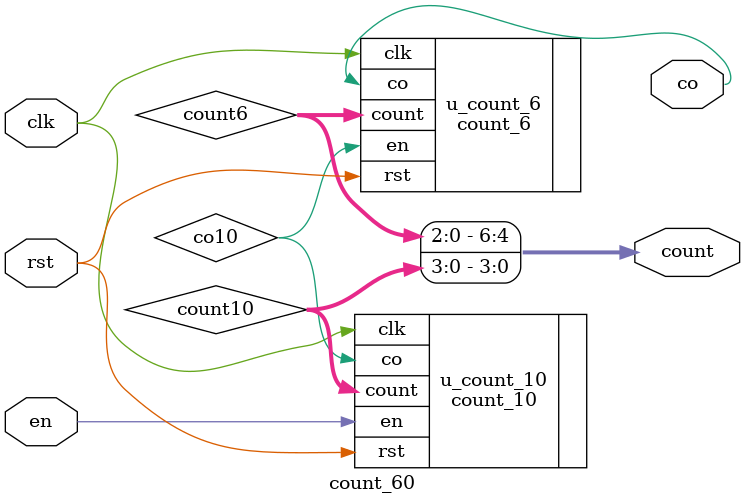
<source format=v>
module count_60(
    input wire rst,
    input wire clk,
    input wire en,
    output wire [6:0] count,
    output wire co
);
    wire[2:0] count6;
    wire[3:0] count10;
    wire co10,co6;
    
    count_10 u_count_10(
    	.rst   (rst   ),
        .clk   (clk   ),
        .en    (en    ),
        .count (count10 ),
        .co    (co10    )
    );
    
    count_6 u_count_6(
    	.rst   (rst   ),
        .clk   (clk   ),
        .en    (co10  ),
        .count (count6 ),
        .co    (co    )
    );

assign count = {count6,count10}; 

endmodule
</source>
